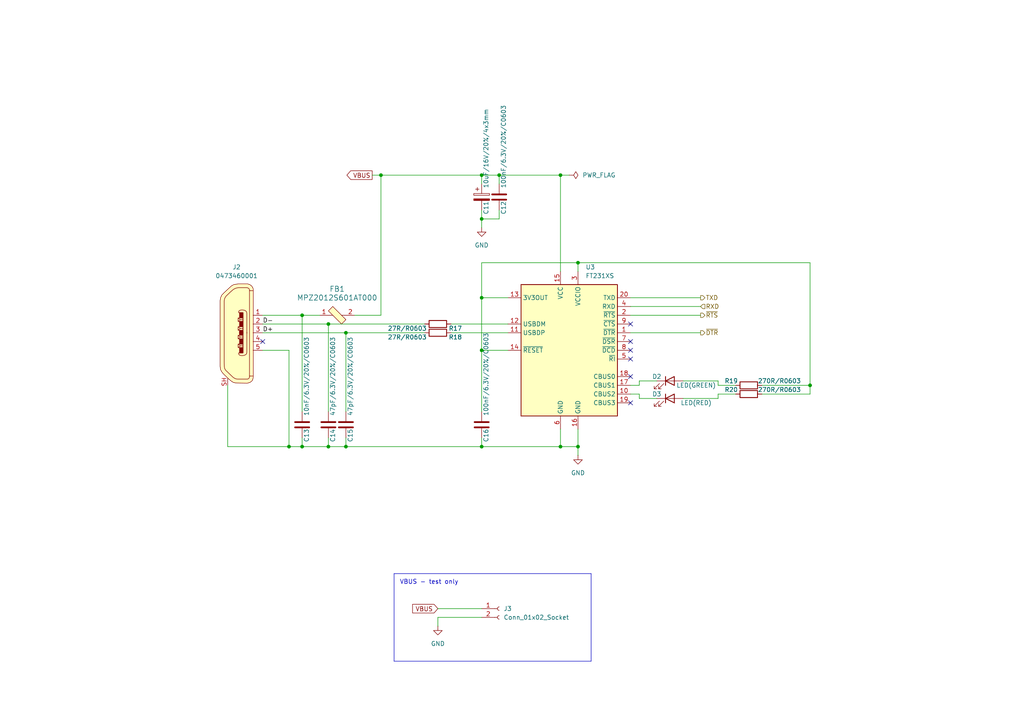
<source format=kicad_sch>
(kicad_sch (version 20231120) (generator "eeschema") (generator_version "8.0")
  (paper "A4")
  (title_block (title "ESP32 embedded application") (date "2024-10-26") (rev "C") (comment 1 "Author: Nicolae-Andrei Prodan") (comment 2 "ESP32 embedded hardware application"))
  (lib_symbols
    (symbol "Connector:Conn_01x02_Socket" (pin_names (offset 1.016) hide)
      (property "Reference" "J" (at 0 2.54 0))
      (property "Value" "Conn_01x02_Socket" (at 0 -5.08 0))
      (symbol "Conn_01x02_Socket_1_1"
        (arc (start 0 -2.032) (mid -0.5058 -2.54) (end 0 -3.048) (stroke (width 0.1524)))
        (polyline (pts (xy -1.27 -2.54) (xy -0.508 -2.54)) (stroke (width 0.1524)))
        (polyline (pts (xy -1.27 0) (xy -0.508 0)) (stroke (width 0.1524)))
        (arc (start 0 0.508) (mid -0.5058 0) (end 0 -0.508) (stroke (width 0.1524)))
        (pin passive line (at -5.08 0 0) (length 3.81) (name "Pin_1") (number "1"))
        (pin passive line (at -5.08 -2.54 0) (length 3.81) (name "Pin_2") (number "2"))
      )
    )
    (symbol "Device:C" (pin_numbers hide) (pin_names (offset 0.254))
      (property "Reference" "C" (at 0.635 2.54 0))
      (property "Value" "C" (at 0.635 -2.54 0))
      (symbol "C_0_1"
        (polyline (pts (xy -2.032 -0.762) (xy 2.032 -0.762)) (stroke (width 0.508)))
        (polyline (pts (xy -2.032 0.762) (xy 2.032 0.762)) (stroke (width 0.508)))
      )
      (symbol "C_1_1"
        (pin passive line (at 0 3.81 270) (length 2.794) (name "~") (number "1"))
        (pin passive line (at 0 -3.81 90) (length 2.794) (name "~") (number "2"))
      )
    )
    (symbol "Device:C_Polarized" (pin_numbers hide) (pin_names (offset 0.254))
      (property "Reference" "C" (at 0.635 2.54 0))
      (property "Value" "C_Polarized" (at 0.635 -2.54 0))
      (symbol "C_Polarized_0_1"
        (rectangle (start -2.286 0.508) (end 2.286 1.016))
        (polyline (pts (xy -1.778 2.286) (xy -0.762 2.286)))
        (polyline (pts (xy -1.27 2.794) (xy -1.27 1.778)))
        (rectangle (start 2.286 -0.508) (end -2.286 -1.016) (fill (type outline)))
      )
      (symbol "C_Polarized_1_1"
        (pin passive line (at 0 3.81 270) (length 2.794) (name "~") (number "1"))
        (pin passive line (at 0 -3.81 90) (length 2.794) (name "~") (number "2"))
      )
    )
    (symbol "Device:LED" (pin_numbers hide) (pin_names (offset 1.016) hide)
      (property "Reference" "D" (at 0 2.54 0))
      (property "Value" "LED" (at 0 -2.54 0))
      (symbol "LED_0_1"
        (polyline (pts (xy -1.27 -1.27) (xy -1.27 1.27)) (stroke (width 0.254)))
        (polyline (pts (xy -1.27 0) (xy 1.27 0)))
        (polyline (pts (xy 1.27 -1.27) (xy 1.27 1.27) (xy -1.27 0) (xy 1.27 -1.27)) (stroke (width 0.254)))
        (polyline (pts (xy -3.048 -0.762) (xy -4.572 -2.286) (xy -3.81 -2.286) (xy -4.572 -2.286) (xy -4.572 -1.524)))
        (polyline (pts (xy -1.778 -0.762) (xy -3.302 -2.286) (xy -2.54 -2.286) (xy -3.302 -2.286) (xy -3.302 -1.524)))
      )
      (symbol "LED_1_1"
        (pin passive line (at -3.81 0 0) (length 2.54) (name "K") (number "1"))
        (pin passive line (at 3.81 0 180) (length 2.54) (name "A") (number "2"))
      )
    )
    (symbol "Device:R" (pin_numbers hide) (pin_names (offset 0))
      (property "Reference" "R" (at 2.032 0 90))
      (property "Value" "R" (at 0 0 90))
      (symbol "R_0_1"
        (rectangle (start -1.016 -2.54) (end 1.016 2.54) (stroke (width 0.254)))
      )
      (symbol "R_1_1"
        (pin passive line (at 0 3.81 270) (length 1.27) (name "~") (number "1"))
        (pin passive line (at 0 -3.81 90) (length 1.27) (name "~") (number "2"))
      )
    )
    (symbol "Interface_USB:FT231XS"
      (property "Reference" "U" (at -13.97 20.32 0))
      (property "Value" "FT231XS" (at 7.62 20.32 0))
      (symbol "FT231XS_0_1"
        (rectangle (start -13.97 19.05) (end 13.97 -19.05) (stroke (width 0.254)) (fill (type background)))
      )
      (symbol "FT231XS_1_1"
        (pin output line (at 17.78 5.08 180) (length 3.81) (name "~{DTR}") (number "1"))
        (pin bidirectional line (at 17.78 -12.7 180) (length 3.81) (name "CBUS2") (number "10"))
        (pin bidirectional line (at -17.78 5.08 0) (length 3.81) (name "USBDP") (number "11"))
        (pin bidirectional line (at -17.78 7.62 0) (length 3.81) (name "USBDM") (number "12"))
        (pin power_out line (at -17.78 15.24 0) (length 3.81) (name "3V3OUT") (number "13"))
        (pin input line (at -17.78 0 0) (length 3.81) (name "~{RESET}") (number "14"))
        (pin power_in line (at -2.54 22.86 270) (length 3.81) (name "VCC") (number "15"))
        (pin power_in line (at 2.54 -22.86 90) (length 3.81) (name "GND") (number "16"))
        (pin bidirectional line (at 17.78 -10.16 180) (length 3.81) (name "CBUS1") (number "17"))
        (pin bidirectional line (at 17.78 -7.62 180) (length 3.81) (name "CBUS0") (number "18"))
        (pin bidirectional line (at 17.78 -15.24 180) (length 3.81) (name "CBUS3") (number "19"))
        (pin output line (at 17.78 10.16 180) (length 3.81) (name "~{RTS}") (number "2"))
        (pin output line (at 17.78 15.24 180) (length 3.81) (name "TXD") (number "20"))
        (pin power_in line (at 2.54 22.86 270) (length 3.81) (name "VCCIO") (number "3"))
        (pin input line (at 17.78 12.7 180) (length 3.81) (name "RXD") (number "4"))
        (pin input line (at 17.78 -2.54 180) (length 3.81) (name "~{RI}") (number "5"))
        (pin power_in line (at -2.54 -22.86 90) (length 3.81) (name "GND") (number "6"))
        (pin input line (at 17.78 2.54 180) (length 3.81) (name "~{DSR}") (number "7"))
        (pin input line (at 17.78 0 180) (length 3.81) (name "~{DCD}") (number "8"))
        (pin input line (at 17.78 7.62 180) (length 3.81) (name "~{CTS}") (number "9"))
      )
    )
    (symbol "dk_Ferrite-Beads-and-Chips:MPZ2012S601AT000" (pin_names (offset 1.016))
      (property "Reference" "FB" (at -3.81 3.81 0))
      (property "Value" "MPZ2012S601AT000" (at 0 -3.81 0))
      (symbol "MPZ2012S601AT000_0_1"
        (polyline (pts (xy -1.27 0) (xy -2.54 0)))
        (polyline (pts (xy 1.27 0) (xy 2.54 0)))
        (polyline (pts (xy -1.27 2.54) (xy -2.54 1.27) (xy 1.27 -2.54) (xy 2.54 -1.27) (xy -1.27 2.54)) (fill (type background)))
      )
      (symbol "MPZ2012S601AT000_1_1"
        (pin passive line (at -5.08 0 0) (length 2.54) (name "~") (number "1"))
        (pin passive line (at 5.08 0 180) (length 2.54) (name "~") (number "2"))
      )
    )
    (symbol "dk_USB-DVI-HDMI-Connectors:0473460001" (pin_names (offset 1.016))
      (property "Reference" "J" (at -3.81 12.7 0))
      (property "Value" "0473460001" (at -6.35 0 90))
      (symbol "0473460001_1_1"
        (polyline (pts (xy 3.7846 12.2428) (xy 3.7846 -12.5476)))
        (polyline (pts (xy 0.4826 -4.2926) (xy 0.4826 -3.2766) (xy 1.8796 -3.2766) (xy 1.8796 -4.2926) (xy 0.4826 -4.2926) (xy 1.1176 -3.7846) (xy 0.4826 -3.2766) (xy 1.8796 -3.2766) (xy 1.8796 -3.7846) (xy 1.1176 -3.7846)))
        (polyline (pts (xy 0.4826 -1.7526) (xy 0.4826 -0.7366) (xy 1.8796 -0.7366) (xy 1.8796 -1.7526) (xy 0.4826 -1.7526) (xy 1.1176 -1.2446) (xy 0.4826 -0.7366) (xy 1.8796 -0.7366) (xy 1.8796 -1.2446) (xy 1.1176 -1.2446)))
        (polyline (pts (xy 0.4826 1.7526) (xy 0.4826 0.7366) (xy 1.8796 0.7366) (xy 1.8796 1.7526) (xy 0.4826 1.7526) (xy 1.1176 1.2446) (xy 0.4826 0.7366) (xy 1.8796 0.7366) (xy 1.8796 1.2446) (xy 1.1176 1.2446)))
        (polyline (pts (xy 0.4826 4.2926) (xy 0.4826 3.2766) (xy 1.8796 3.2766) (xy 1.8796 4.2926) (xy 0.4826 4.2926) (xy 1.1176 3.7846) (xy 0.4826 3.2766) (xy 1.8796 3.2766) (xy 1.8796 3.7846) (xy 1.1176 3.7846)))
        (polyline (pts (xy 1.905 -0.0254) (xy 1.905 5.842) (xy 0.635 5.842) (xy 0.635 6.1468) (xy 0.8128 6.4262) (xy 1.1938 6.5786) (xy 1.651 6.6294) (xy 2.2606 6.5532) (xy 2.7178 6.3246) (xy 2.9464 6.0706) (xy 3.0226 5.6388) (xy 3.0226 4.8006) (xy 3.0226 -0.127)))
        (polyline (pts (xy 1.905 0.0254) (xy 1.905 -5.842) (xy 0.635 -5.842) (xy 0.635 -6.1468) (xy 0.8128 -6.4262) (xy 1.1938 -6.5786) (xy 1.651 -6.6294) (xy 2.2606 -6.5532) (xy 2.7178 -6.3246) (xy 2.9464 -6.0706) (xy 3.0226 -5.6388) (xy 3.0226 -4.8006) (xy 3.0226 0.127)))
        (polyline (pts (xy 4.8514 -12.5476) (xy 3.8354 -12.5476) (xy 3.7846 -12.5476) (xy 3.7846 -12.9032) (xy 3.6068 -13.2334) (xy 3.429 -13.3604) (xy 3.2258 -13.4366) (xy 0.4572 -13.4366) (xy 0.0508 -13.4112) (xy -0.3302 -13.3096) (xy -0.6604 -13.1318) (xy -0.9906 -12.9032) (xy -3.1496 -10.8458) (xy -3.4036 -10.3886) (xy -3.5306 -9.779) (xy -3.556 -8.636) (xy -3.556 9.2202) (xy -3.5306 9.4234) (xy -3.4544 9.8298) (xy -3.302 10.1854) (xy -3.0226 10.6172) (xy -1.7526 11.8364) (xy -0.8636 12.5984) (xy -0.3302 12.8778) (xy 0.0762 13.0048) (xy 0.6096 13.081) (xy 3.0734 13.081) (xy 3.3274 13.0048) (xy 3.5814 12.8524) (xy 3.7846 12.5222) (xy 3.7846 12.2174) (xy 4.8514 12.2174)))
        (polyline (pts (xy 4.8514 -11.4808) (xy 4.8514 -12.8016) (xy 4.7752 -13.4366) (xy 4.572 -13.8684) (xy 4.0386 -14.3256) (xy 3.5814 -14.5288) (xy 3.0988 -14.605) (xy -0.2794 -14.5542) (xy -0.7112 -14.4526) (xy -1.2446 -14.1986) (xy -2.2098 -13.4366) (xy -3.556 -12.1412) (xy -4.0132 -11.6586) (xy -4.3688 -11.1506) (xy -4.6228 -10.5918) (xy -4.7498 -9.7536) (xy -4.7498 9.3726) (xy -4.5974 10.0838) (xy -4.4704 10.4648) (xy -4.2164 10.9728) (xy -3.6068 11.6078) (xy -1.4478 13.589) (xy -0.9652 13.8684) (xy -0.5588 14.0208) (xy 0.0762 14.1224) (xy 0.5588 14.1732) (xy 3.2766 14.1732) (xy 3.7592 14.0208) (xy 4.2164 13.7414) (xy 4.445 13.5128) (xy 4.699 13.1572) (xy 4.826 12.8524) (xy 4.8514 12.446) (xy 4.8514 -11.5062)) (fill (type background)))
        (rectangle (start 0.889 -4.318) (end 1.905 -5.842) (fill (type outline)))
        (rectangle (start 0.889 -3.302) (end 1.905 -1.778) (fill (type outline)))
        (rectangle (start 0.889 -0.635) (end 1.905 0.381) (fill (type outline)))
        (rectangle (start 0.889 0.635) (end 1.905 -0.381) (fill (type outline)))
        (rectangle (start 0.889 3.302) (end 1.905 1.778) (fill (type outline)))
        (rectangle (start 0.889 4.318) (end 1.905 5.842) (fill (type outline)))
        (pin passive line (at 7.62 5.08 180) (length 2.794) (name "~") (number "1"))
        (pin passive line (at 7.62 2.54 180) (length 2.794) (name "~") (number "2"))
        (pin passive line (at 7.62 0 180) (length 2.794) (name "~") (number "3"))
        (pin passive line (at 7.62 -2.54 180) (length 2.794) (name "~") (number "4"))
        (pin passive line (at 7.62 -5.08 180) (length 2.794) (name "~") (number "5"))
        (pin passive line (at -2.54 -15.24 90) (length 2.032) (name "~") (number "SH"))
      )
    )
    (symbol "power:GND" (power) (pin_numbers hide) (pin_names (offset 0) hide)
      (property "Value" "GND" (at 0 -3.81 0))
      (symbol "GND_0_1"
        (polyline (pts (xy 0 0) (xy 0 -1.27) (xy 1.27 -1.27) (xy 0 -2.54) (xy -1.27 -1.27) (xy 0 -1.27)))
      )
      (symbol "GND_1_1"
        (pin power_in line (at 0 0 270) (length 0) (name "~") (number "1"))
      )
    )
    (symbol "power:PWR_FLAG" (power) (pin_numbers hide) (pin_names (offset 0) hide)
      (property "Value" "PWR_FLAG" (at 0 3.81 0))
      (symbol "PWR_FLAG_0_0"
        (pin power_out line (at 0 0 90) (length 0) (name "~") (number "1"))
      )
      (symbol "PWR_FLAG_0_1"
        (polyline (pts (xy 0 0) (xy 0 1.27) (xy -1.016 1.905) (xy 0 2.54) (xy 1.016 1.905) (xy 0 1.27)))
      )
    )
  )
  (junction (at 139.7 86.36))
  (junction (at 110.49 50.8))
  (junction (at 139.7 101.6))
  (junction (at 139.7 50.8))
  (junction (at 87.63 129.54))
  (junction (at 167.64 129.54))
  (junction (at 95.25 129.54))
  (junction (at 162.56 50.8))
  (junction (at 100.33 129.54))
  (junction (at 139.7 129.54))
  (junction (at 83.82 129.54))
  (junction (at 167.64 76.2))
  (junction (at 87.63 91.44))
  (junction (at 234.95 111.76))
  (junction (at 144.78 50.8))
  (junction (at 139.7 63.5))
  (junction (at 100.33 96.52))
  (junction (at 95.25 93.98))
  (junction (at 162.56 129.54))
  (no_connect (at 182.88 99.06))
  (no_connect (at 182.88 101.6))
  (no_connect (at 76.2 99.06))
  (no_connect (at 182.88 116.84))
  (no_connect (at 182.88 104.14))
  (no_connect (at 182.88 109.22))
  (no_connect (at 182.88 93.98))
  (wire (pts (xy 95.25 93.98) (xy 123.19 93.98)))
  (wire (pts (xy 144.78 50.8) (xy 144.78 53.34)))
  (wire (pts (xy 162.56 50.8) (xy 162.56 78.74)))
  (wire (pts (xy 87.63 129.54) (xy 95.25 129.54)))
  (wire (pts (xy 127 176.53) (xy 139.7 176.53)))
  (wire (pts (xy 144.78 60.96) (xy 144.78 63.5)))
  (wire (pts (xy 130.81 96.52) (xy 147.32 96.52)))
  (wire (pts (xy 139.7 101.6) (xy 147.32 101.6)))
  (wire (pts (xy 100.33 96.52) (xy 123.19 96.52)))
  (wire (pts (xy 208.28 114.3) (xy 213.36 114.3)))
  (wire (pts (xy 127 179.07) (xy 127 181.61)))
  (wire (pts (xy 182.88 111.76) (xy 185.42 111.76)))
  (wire (pts (xy 182.88 86.36) (xy 203.2 86.36)))
  (wire (pts (xy 139.7 76.2) (xy 139.7 86.36)))
  (wire (pts (xy 208.28 111.76) (xy 213.36 111.76)))
  (wire (pts (xy 182.88 114.3) (xy 185.42 114.3)))
  (wire (pts (xy 76.2 96.52) (xy 100.33 96.52)))
  (wire (pts (xy 220.98 111.76) (xy 234.95 111.76)))
  (wire (pts (xy 167.64 76.2) (xy 167.64 78.74)))
  (wire (pts (xy 185.42 114.3) (xy 185.42 115.57)))
  (wire (pts (xy 144.78 63.5) (xy 139.7 63.5)))
  (wire (pts (xy 139.7 86.36) (xy 147.32 86.36)))
  (wire (pts (xy 139.7 129.54) (xy 139.7 127)))
  (wire (pts (xy 100.33 127) (xy 100.33 129.54)))
  (polyline (pts (xy 114.3 191.77) (xy 171.45 191.77)))
  (wire (pts (xy 167.64 129.54) (xy 167.64 132.08)))
  (wire (pts (xy 208.28 110.49) (xy 208.28 111.76)))
  (wire (pts (xy 87.63 119.38) (xy 87.63 91.44)))
  (wire (pts (xy 182.88 88.9) (xy 203.2 88.9)))
  (wire (pts (xy 139.7 63.5) (xy 139.7 66.04)))
  (wire (pts (xy 110.49 50.8) (xy 139.7 50.8)))
  (wire (pts (xy 83.82 101.6) (xy 76.2 101.6)))
  (wire (pts (xy 144.78 50.8) (xy 162.56 50.8)))
  (wire (pts (xy 100.33 129.54) (xy 95.25 129.54)))
  (wire (pts (xy 234.95 111.76) (xy 234.95 114.3)))
  (wire (pts (xy 130.81 93.98) (xy 147.32 93.98)))
  (wire (pts (xy 234.95 76.2) (xy 234.95 111.76)))
  (wire (pts (xy 185.42 110.49) (xy 190.5 110.49)))
  (wire (pts (xy 198.12 110.49) (xy 208.28 110.49)))
  (wire (pts (xy 167.64 124.46) (xy 167.64 129.54)))
  (wire (pts (xy 83.82 129.54) (xy 87.63 129.54)))
  (wire (pts (xy 139.7 86.36) (xy 139.7 101.6)))
  (wire (pts (xy 66.04 129.54) (xy 83.82 129.54)))
  (wire (pts (xy 167.64 76.2) (xy 234.95 76.2)))
  (wire (pts (xy 162.56 124.46) (xy 162.56 129.54)))
  (wire (pts (xy 87.63 127) (xy 87.63 129.54)))
  (wire (pts (xy 100.33 129.54) (xy 139.7 129.54)))
  (wire (pts (xy 100.33 96.52) (xy 100.33 119.38)))
  (wire (pts (xy 162.56 50.8) (xy 165.1 50.8)))
  (wire (pts (xy 198.12 115.57) (xy 208.28 115.57)))
  (polyline (pts (xy 171.45 166.37) (xy 114.3 166.37)))
  (wire (pts (xy 76.2 93.98) (xy 95.25 93.98)))
  (wire (pts (xy 139.7 179.07) (xy 127 179.07)))
  (wire (pts (xy 208.28 115.57) (xy 208.28 114.3)))
  (wire (pts (xy 66.04 111.76) (xy 66.04 129.54)))
  (wire (pts (xy 95.25 127) (xy 95.25 129.54)))
  (wire (pts (xy 95.25 119.38) (xy 95.25 93.98)))
  (wire (pts (xy 162.56 129.54) (xy 167.64 129.54)))
  (wire (pts (xy 185.42 115.57) (xy 190.5 115.57)))
  (polyline (pts (xy 171.45 191.77) (xy 171.45 166.37)))
  (wire (pts (xy 139.7 50.8) (xy 144.78 50.8)))
  (wire (pts (xy 139.7 50.8) (xy 139.7 53.34)))
  (wire (pts (xy 185.42 111.76) (xy 185.42 110.49)))
  (wire (pts (xy 107.95 50.8) (xy 110.49 50.8)))
  (wire (pts (xy 182.88 91.44) (xy 203.2 91.44)))
  (wire (pts (xy 182.88 96.52) (xy 203.2 96.52)))
  (wire (pts (xy 139.7 76.2) (xy 167.64 76.2)))
  (wire (pts (xy 139.7 63.5) (xy 139.7 60.96)))
  (polyline (pts (xy 114.3 166.37) (xy 114.3 191.77)))
  (wire (pts (xy 234.95 114.3) (xy 220.98 114.3)))
  (wire (pts (xy 139.7 119.38) (xy 139.7 101.6)))
  (wire (pts (xy 162.56 129.54) (xy 139.7 129.54)))
  (wire (pts (xy 87.63 91.44) (xy 92.71 91.44)))
  (wire (pts (xy 76.2 91.44) (xy 87.63 91.44)))
  (wire (pts (xy 110.49 50.8) (xy 110.49 91.44)))
  (wire (pts (xy 102.87 91.44) (xy 110.49 91.44)))
  (wire (pts (xy 83.82 129.54) (xy 83.82 101.6)))
  (text "VBUS - test only" (at 124.46 168.91 0) (effects (font (size 1.27 1.27))))
  (label "D+" (at 76.2 96.52 0))
  (label "D-" (at 76.2 93.98 0))
  (global_label "VBUS" (shape output) (at 107.95 50.8 180) (property "Intersheetrefs" "${INTERSHEET_REFS}" (effects (hide yes))))
  (global_label "VBUS" (shape input) (at 127 176.53 180) (property "Intersheetrefs" "${INTERSHEET_REFS}" (effects (hide yes))))
  (hierarchical_label "RXD" (shape input) (at 203.2 88.9 0))
  (hierarchical_label "~{RTS}" (shape output) (at 203.2 91.44 0))
  (hierarchical_label "~{DTR}" (shape output) (at 203.2 96.52 0))
  (hierarchical_label "TXD" (shape output) (at 203.2 86.36 0))
  (symbol (lib_id "power:GND") (at 167.64 132.08 0) (unit 1)
    (property "Reference" "#PWR019" (effects (hide yes)))
    (property "Value" "GND" (at 167.64 137.16 0))
    (property "Description" "Power symbol creates a global label with name \"GND\" , ground" (effects (hide yes)))
  )
  (symbol (lib_id "Device:C_Polarized") (at 139.7 57.15 0) (unit 1)
    (property "Reference" "C11" (at 140.97 62.23 90) (effects (justify left)))
    (property "Value" "10uF/16V/20%/4x3mm" (at 140.97 54.61 90) (effects (justify left)))
    (property "Footprint" "Capacitor_SMD:CP_Elec_4x3" (effects (hide yes)))
    (property "Description" "Polarized capacitor" (effects (hide yes)))
  )
  (symbol (lib_id "Device:R") (at 127 93.98 270) (unit 1)
    (property "Reference" "R17" (at 132.08 95.25 90))
    (property "Value" "27R/R0603" (at 118.11 95.25 90))
    (property "Footprint" "Resistor_SMD:R_0603_1608Metric_Pad0.98x0.95mm_HandSolder" (effects (hide yes)))
    (property "Description" "Resistor" (effects (hide yes)))
  )
  (symbol (lib_id "Device:C") (at 144.78 57.15 0) (unit 1)
    (property "Reference" "C12" (at 146.05 62.23 90) (effects (justify left)))
    (property "Value" "100nF/6.3V/20%/C0603" (at 146.05 54.61 90) (effects (justify left)))
    (property "Footprint" "Capacitor_SMD:C_0603_1608Metric_Pad1.08x0.95mm_HandSolder" (effects (hide yes)))
    (property "Description" "Unpolarized capacitor" (effects (hide yes)))
  )
  (symbol (lib_id "power:GND") (at 139.7 66.04 0) (unit 1)
    (property "Reference" "#PWR018" (effects (hide yes)))
    (property "Value" "GND" (at 139.7 71.12 0))
    (property "Description" "Power symbol creates a global label with name \"GND\" , ground" (effects (hide yes)))
  )
  (symbol (lib_id "power:PWR_FLAG") (at 165.1 50.8 270) (unit 1)
    (property "Reference" "#FLG02" (effects (hide yes)))
    (property "Value" "PWR_FLAG" (at 168.91 50.7999 90) (effects (justify left)))
    (property "Description" "Special symbol for telling ERC where power comes from" (effects (hide yes)))
  )
  (symbol (lib_id "dk_USB-DVI-HDMI-Connectors:0473460001") (at 68.58 96.52 0) (unit 1)
    (property "Reference" "J2" (at 68.6308 77.47 0))
    (property "Value" "0473460001" (at 68.6308 80.01 0))
    (property "Footprint" "digikey-footprints:USB_Micro_B_Female_0473460001" (effects (hide yes)))
    (property "Datasheet" "https://www.molex.com/pdm_docs/sd/473460001_sd.pdf" (effects (hide yes)))
    (property "Description" "CONN RCPT USB2.0 MICRO B SMD R/A" (effects (hide yes)))
    (property "Digi-Key_PN" "WM17141CT-ND" (effects (hide yes)))
    (property "MPN" "0473460001" (effects (hide yes)))
    (property "Category" "Connectors, Interconnects" (effects (hide yes)))
    (property "Family" "USB, DVI, HDMI Connectors" (effects (hide yes)))
    (property "DK_Datasheet_Link" "https://www.molex.com/pdm_docs/sd/473460001_sd.pdf" (effects (hide yes)))
    (property "DK_Detail_Page" "/product-detail/en/molex/0473460001/WM17141CT-ND/1782474" (effects (hide yes)))
    (property "Description_1" "CONN RCPT USB2.0 MICRO B SMD R/A" (effects (hide yes)))
    (property "Manufacturer" "Molex" (effects (hide yes)))
    (property "Status" "Active" (effects (hide yes)))
  )
  (symbol (lib_id "Interface_USB:FT231XS") (at 165.1 101.6 0) (unit 1)
    (property "Reference" "U3" (at 169.8341 77.47 0) (effects (justify left)))
    (property "Value" "FT231XS" (at 169.8341 80.01 0) (effects (justify left)))
    (property "Footprint" "Package_SO:SSOP-20_3.9x8.7mm_P0.635mm" (effects (hide yes)))
    (property "Datasheet" "https://www.ftdichip.com/Support/Documents/DataSheets/ICs/DS_FT231X.pdf" (effects (hide yes)))
    (property "Description" "Full Speed USB to Full Handshake UART, SSOP-20" (effects (hide yes)))
  )
  (symbol (lib_id "Device:R") (at 217.17 114.3 90) (unit 1)
    (property "Reference" "R20" (at 212.09 113.03 90))
    (property "Value" "270R/R0603" (at 226.06 113.03 90))
    (property "Footprint" "Resistor_SMD:R_0603_1608Metric_Pad0.98x0.95mm_HandSolder" (effects (hide yes)))
    (property "Description" "Resistor" (effects (hide yes)))
  )
  (symbol (lib_id "Device:C") (at 139.7 123.19 0) (unit 1)
    (property "Reference" "C16" (at 140.97 128.27 90) (effects (justify left)))
    (property "Value" "100nF/6.3V/20%/C0603" (at 140.97 120.65 90) (effects (justify left)))
    (property "Footprint" "Capacitor_SMD:C_0603_1608Metric_Pad1.08x0.95mm_HandSolder" (effects (hide yes)))
    (property "Description" "Unpolarized capacitor" (effects (hide yes)))
  )
  (symbol (lib_id "Device:R") (at 127 96.52 270) (unit 1)
    (property "Reference" "R18" (at 132.08 97.79 90))
    (property "Value" "27R/R0603" (at 118.11 97.79 90))
    (property "Footprint" "Resistor_SMD:R_0603_1608Metric_Pad0.98x0.95mm_HandSolder" (effects (hide yes)))
    (property "Description" "Resistor" (effects (hide yes)))
  )
  (symbol (lib_id "Device:C") (at 95.25 123.19 0) (unit 1)
    (property "Reference" "C14" (at 96.52 128.27 90) (effects (justify left)))
    (property "Value" "47pF/6.3V/20%/C0603" (at 96.52 120.65 90) (effects (justify left)))
    (property "Footprint" "Capacitor_SMD:C_0603_1608Metric_Pad1.08x0.95mm_HandSolder" (effects (hide yes)))
    (property "Description" "Unpolarized capacitor" (effects (hide yes)))
  )
  (symbol (lib_id "Device:C") (at 87.63 123.19 0) (unit 1)
    (property "Reference" "C13" (at 88.9 128.27 90) (effects (justify left)))
    (property "Value" "10nF/6.3V/20%/C0603" (at 88.9 120.65 90) (effects (justify left)))
    (property "Footprint" "Capacitor_SMD:C_0603_1608Metric_Pad1.08x0.95mm_HandSolder" (effects (hide yes)))
    (property "Description" "Unpolarized capacitor" (effects (hide yes)))
  )
  (symbol (lib_id "Device:LED") (at 194.31 110.49 0) (unit 1)
    (property "Reference" "D2" (at 190.5 109.22 0))
    (property "Value" "LED(GREEN)" (at 201.93 111.76 0))
    (property "Footprint" "LED_SMD:LED_0603_1608Metric_Pad1.05x0.95mm_HandSolder" (effects (hide yes)))
    (property "Description" "Light emitting diode" (effects (hide yes)))
  )
  (symbol (lib_id "Device:R") (at 217.17 111.76 90) (unit 1)
    (property "Reference" "R19" (at 212.09 110.49 90))
    (property "Value" "270R/R0603" (at 226.06 110.49 90))
    (property "Footprint" "Resistor_SMD:R_0603_1608Metric_Pad0.98x0.95mm_HandSolder" (effects (hide yes)))
    (property "Description" "Resistor" (effects (hide yes)))
  )
  (symbol (lib_id "Device:LED") (at 194.31 115.57 0) (unit 1)
    (property "Reference" "D3" (at 190.5 114.3 0))
    (property "Value" "LED(RED)" (at 201.93 116.84 0))
    (property "Footprint" "LED_SMD:LED_0603_1608Metric_Pad1.05x0.95mm_HandSolder" (effects (hide yes)))
    (property "Description" "Light emitting diode" (effects (hide yes)))
  )
  (symbol (lib_id "Device:C") (at 100.33 123.19 0) (unit 1)
    (property "Reference" "C15" (at 101.6 128.27 90) (effects (justify left)))
    (property "Value" "47pF/6.3V/20%/C0603" (at 101.6 120.65 90) (effects (justify left)))
    (property "Footprint" "Capacitor_SMD:C_0603_1608Metric_Pad1.08x0.95mm_HandSolder" (effects (hide yes)))
    (property "Description" "Unpolarized capacitor" (effects (hide yes)))
  )
  (symbol (lib_id "Connector:Conn_01x02_Socket") (at 144.78 176.53 0) (unit 1)
    (property "Reference" "J3" (at 146.05 176.5299 0) (effects (justify left)))
    (property "Value" "Conn_01x02_Socket" (at 146.05 179.0699 0) (effects (justify left)))
    (property "Footprint" "Connector_PinHeader_2.54mm:PinHeader_1x02_P2.54mm_Vertical" (effects (hide yes)))
    (property "Description" "Generic connector, single row, 01x02, script generated" (effects (hide yes)))
  )
  (symbol (lib_id "dk_Ferrite-Beads-and-Chips:MPZ2012S601AT000") (at 97.79 91.44 0) (unit 1)
    (property "Reference" "FB1" (at 97.79 83.82 0) (effects (font (size 1.524 1.524))))
    (property "Value" "MPZ2012S601AT000" (at 97.79 86.36 0) (effects (font (size 1.524 1.524))))
    (property "Footprint" "digikey-footprints:0805" (effects (hide yes)))
    (property "Datasheet" "https://product.tdk.com/info/en/catalog/datasheets/beads_commercial_power_mpz2012_en.pdf" (effects (hide yes)))
    (property "Description" "FERRITE BEAD 600 OHM 0805 1LN" (effects (hide yes)))
    (property "Digi-Key_PN" "445-2206-1-ND" (effects (hide yes)))
    (property "MPN" "MPZ2012S601AT000" (effects (hide yes)))
    (property "Category" "Filters" (effects (hide yes)))
    (property "Family" "Ferrite Beads and Chips" (effects (hide yes)))
    (property "DK_Datasheet_Link" "https://product.tdk.com/info/en/catalog/datasheets/beads_commercial_power_mpz2012_en.pdf" (effects (hide yes)))
    (property "DK_Detail_Page" "/product-detail/en/tdk-corporation/MPZ2012S601AT000/445-2206-1-ND/765104" (effects (hide yes)))
    (property "Description_1" "FERRITE BEAD 600 OHM 0805 1LN" (effects (hide yes)))
    (property "Manufacturer" "TDK Corporation" (effects (hide yes)))
    (property "Status" "Active" (effects (hide yes)))
  )
  (symbol (lib_id "power:GND") (at 127 181.61 0) (unit 1)
    (property "Reference" "#PWR020" (effects (hide yes)))
    (property "Value" "GND" (at 127 186.69 0))
    (property "Description" "Power symbol creates a global label with name \"GND\" , ground" (effects (hide yes)))
  )
)
</source>
